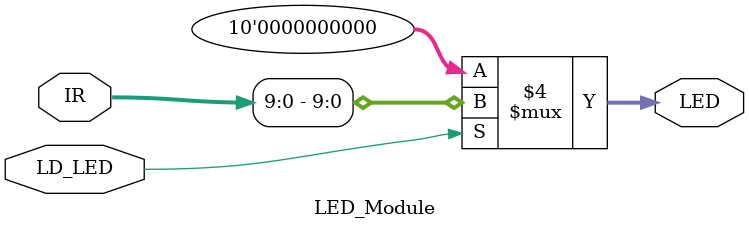
<source format=sv>
module datapath (input logic            Clk, Reset,
                 input logic            GatePC, GateMDR, GateALU, GateMARMUX,
                 input logic            LD_MAR, LD_MDR, LD_IR, LD_BEN, LD_CC, LD_REG, LD_PC, LD_LED,
                 input logic            MIO_EN, SR1MUX, SR2MUX, ADDR1MUX, DRMUX,
                 input logic [1:0]      ADDR2MUX, PCMUX, ALUK,
                 input logic [15:0]     MDR_In,
                 output logic [15:0]    MAR, MDR, IR,
                 output logic [9:0]     LED,
                 output logic           BEN);

    logic [15:0] bus, PC, ALU, PC_Add;
	logic [15:0] SR1, SR2;

    PC_Module PC_module (.Clk, .Reset, .LD_PC, .bus, .PC_Add, .PCMUX, .Data_Out(PC));
    PC_Addr_Adder_Module PC_addr_adder_module(.IR, .PC, .SR1, .ADDR1MUX, .ADDR2MUX, .PC_Add);
    Reg_16 RegMAR (.Clk, .Reset, .Load(LD_MAR), .Data_In(bus), .Data_Out(MAR));
    MDR_Module MDR_module (.Clk, .Reset, .LD_MDR, .MIO_EN, .bus, .MDR_In, .MDR);
    Reg_16 RegIR (.Clk, .Reset, .Load(LD_IR), .Data_In(bus), .Data_Out(IR));
    Reg_File reg_file(.Clk, .Reset, .LD_REG, .DRMUX, .SR1MUX, .IR, .Data(bus), .SR1_o(SR1), .SR2_o(SR2));
    ALU_Module ALU_module(.IR, .SR1, .SR2, .ALUK, .SR2MUX_sel(SR2MUX), .ALU_o(ALU));
    Condition_Module condition_module(.Clk, .Reset, .LD_CC, .LD_BEN, .bus, .IR, .BEN_o(BEN));
    LED_Module LED_module(.LD_LED, .IR, .LED);

    always_comb begin
        if (GatePC == 1'b1) bus = PC;
        else if (GateMDR == 1'b1) bus = MDR;
        else if (GateALU == 1'b1) bus = ALU;
        else if (GateMARMUX == 1'b1) bus = PC_Add;
        else bus = 16'bX;
    end

endmodule


module Reg_16 (input  logic         Clk, Reset, Load,
               input  logic [15:0]  Data_In,
               output logic [15:0]  Data_Out);

    always_ff @ (posedge Clk)
    begin
		if (Reset) //notice, this is a sycnrhonous reset, which is recommended on the FPGA
			Data_Out <= 16'h0;
		else if (Load)
			Data_Out <= Data_In;
    end
endmodule


module Reg_1 (input  logic Clk, Reset, Load,
              input  logic Data_In,
              output logic Data_Out);

    always_ff @ (posedge Clk)
    begin
		if (Reset) //notice, this is a sycnrhonous reset, which is recommended on the FPGA
			Data_Out <= 1'h0;
		else if (Load)
			Data_Out <= Data_In;
    end
endmodule


module PC_Module (input logic           Clk, Reset, LD_PC,
                  input logic [15:0]    bus, PC_Add,
                  input logic [1:0]     PCMUX,
                  output logic [15:0]   Data_Out);
    
    logic [15:0] Data_In;
    logic Load;
    assign Load = LD_PC;

    Reg_16 RegPC (.Clk, .Reset, .Load, .Data_In, .Data_Out);

    always_comb begin
        if (PCMUX == 2'b00) Data_In = Data_Out + 1;
        else if (PCMUX == 2'b01) Data_In = PC_Add;
        else if (PCMUX == 2'b10) Data_In = bus;
        else Data_In = Data_Out;
    end

endmodule


module MDR_Module (input logic Clk, Reset, LD_MDR, MIO_EN,
                   input logic [15:0] bus, MDR_In,
                   output logic [15:0] MDR);
    
    logic [15:0] Data_In;
    logic Load;
    assign Load = LD_MDR;

    Reg_16 RegPC (.Clk, .Reset, .Load, .Data_In, .Data_Out(MDR));

    always_comb begin
        if (MIO_EN == 1'b1) Data_In = MDR_In;
        else Data_In = bus;
    end
endmodule


module ALU_Module (input [15:0] IR, SR1, SR2,
                   input [1:0]	ALUK,
                   input SR2MUX_sel,
                   output logic [15:0] ALU_o);
			
	logic [15:0] B;
	
	always_comb begin
		if (SR2MUX_sel == 1'b1)
			B = {{11{IR[4]}}, IR[4:0]};
		else
			B = SR2;
		
		unique case	(ALUK)
			2'b00 :	ALU_o = SR1 + B;
			2'b01 :	ALU_o = SR1 & B;
			2'b10 :	ALU_o = ~SR1;
			2'b11 :	ALU_o = SR1;
		endcase
	end
	
endmodule


module PC_Addr_Adder_Module (input [15:0] IR, PC, SR1,
                             input ADDR1MUX,
                             input [1:0] ADDR2MUX,
                             output logic [15:0] PC_Add);

	logic [15:0] operand1, operand2;
	
	always_comb begin
		unique case (ADDR1MUX)
			1'b0 : operand2 = PC;
			1'b1 : operand2 = SR1;
		endcase

		unique case	(ADDR2MUX)
			2'b00 :	operand1 = 16'h0000;
			2'b01 :	operand1 = {{10{IR[5]}}, IR[5:0]};
			2'b10 :	operand1 = {{7{IR[8]}}, IR[8:0]};
			2'b11 :	operand1 = {{5{IR[10]}}, IR[10:0]};
		endcase
		
		PC_Add = operand1 + operand2;
	end
endmodule


module Reg_File (input Clk, Reset, LD_REG, DRMUX, SR1MUX,
                 input [15:0] IR, Data,
                 output logic [15:0] SR1_o, SR2_o);
	
    logic [7:0] Load;
	logic [15:0] Registers_o [7:0];
	logic [2:0] SR1, SR2, DR;
	Reg_16 Registers [7:0] (.Clk, .Reset, .Load, .Data_In(Data), .Data_Out(Registers_o));
	assign SR2 = IR[2:0];


	always_comb begin
		if (SR1MUX == 1'b1) SR1 = IR[8:6];
		else SR1 = IR[11:9];
		
		if (DRMUX == 1'b1) DR = 3'b111;
		else DR = IR[11:9];

		if (LD_REG) 
			begin
				unique case (DR)
					3'b000	: 	Load = 8'h01;
					3'b001	: 	Load = 8'h02;
					3'b010	: 	Load = 8'h04;
					3'b011	: 	Load = 8'h08;
					3'b100	: 	Load = 8'h10;
					3'b101	: 	Load = 8'h20;
					3'b110	: 	Load = 8'h40;
					3'b111	: 	Load = 8'h80;		
				endcase
			end
		else	
			Load = 8'h00;

		
        SR1_o = Registers_o[SR1];
        SR2_o = Registers_o[SR2];

	end

endmodule


module Condition_Module (input logic Clk, Reset, LD_CC, LD_BEN,
                         input logic [15:0] bus, IR,
                         output logic BEN_o);
    logic [2:0] nzp, nzp_o;
    logic BEN;

	Reg_1 RegBEN (.Clk, .Reset, .Load(LD_BEN), .Data_In(BEN), .Data_Out(BEN_o));
	Reg_1 RegNZP [2:0] (.Clk, .Reset, .Load(LD_CC), .Data_In(nzp), .Data_Out(nzp_o));
	
	always_comb begin
		if (bus == 16'h0000) nzp = 3'b010;
		else if (bus[15] == 1'b0) nzp = 3'b001;
		else nzp = 3'b100;
		BEN = (nzp_o[2] & IR[11]) | (nzp_o[1] & IR[10]) | (nzp_o[0] & IR[9]);
	end
endmodule


module LED_Module (input LD_LED,
                   input [15:0] IR,
                   output logic [9:0] LED);

	always_comb begin
        LED = 10'h000;
		if (LD_LED == 1'b1) LED = IR[9:0];
	end
endmodule

</source>
